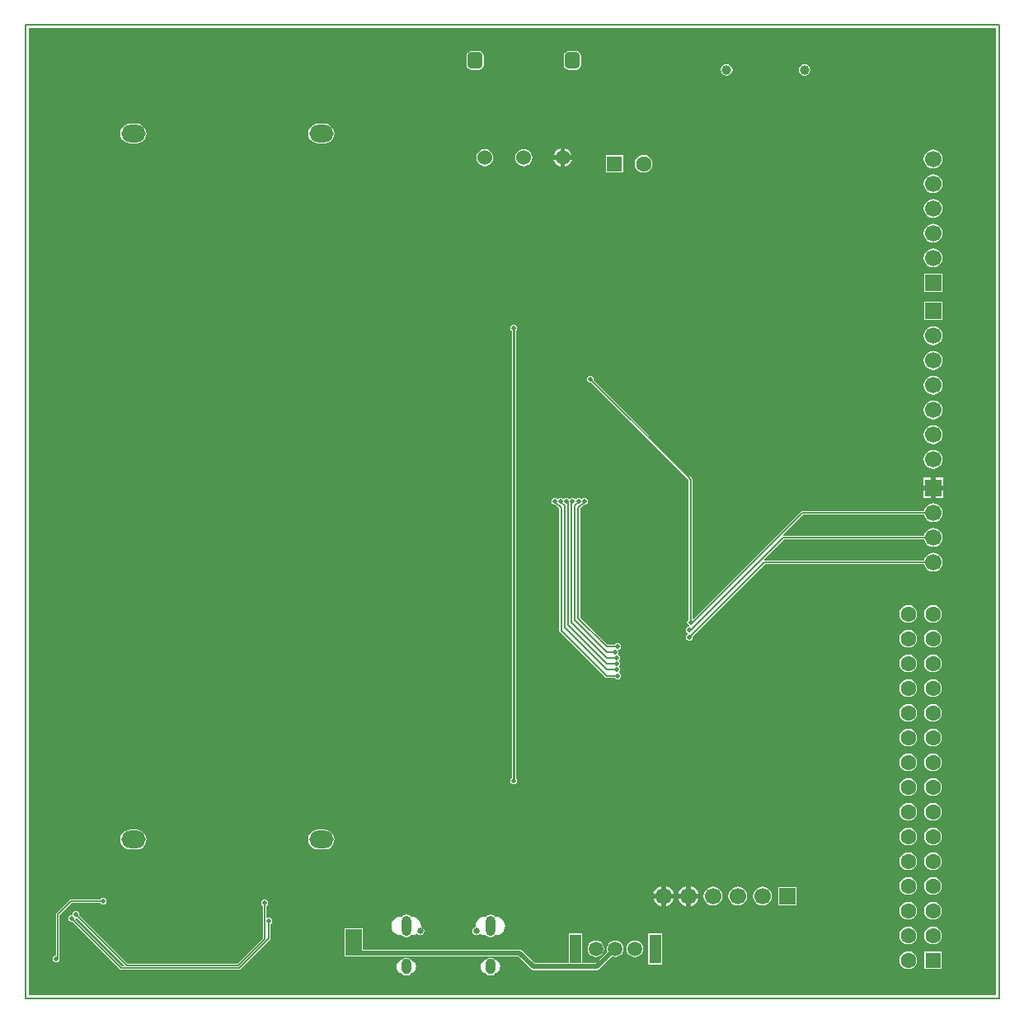
<source format=gbl>
G04*
G04 #@! TF.GenerationSoftware,Altium Limited,Altium Designer,20.2.6 (244)*
G04*
G04 Layer_Physical_Order=2*
G04 Layer_Color=16711680*
%FSLAX25Y25*%
%MOIN*%
G70*
G04*
G04 #@! TF.SameCoordinates,691D88A1-B60F-4D24-9C51-7A430DCC900A*
G04*
G04*
G04 #@! TF.FilePolarity,Positive*
G04*
G01*
G75*
%ADD12C,0.01000*%
%ADD13C,0.00787*%
%ADD93C,0.01968*%
%ADD94C,0.03937*%
%ADD96C,0.00591*%
%ADD97C,0.01968*%
%ADD100C,0.06693*%
%ADD101R,0.06693X0.06693*%
%ADD102O,0.09843X0.07087*%
%ADD103C,0.02559*%
%ADD104O,0.03937X0.06299*%
%ADD105O,0.03937X0.08268*%
%ADD106C,0.06000*%
G04:AMPARAMS|DCode=107|XSize=60mil|YSize=66.93mil|CornerRadius=15mil|HoleSize=0mil|Usage=FLASHONLY|Rotation=0.000|XOffset=0mil|YOffset=0mil|HoleType=Round|Shape=RoundedRectangle|*
%AMROUNDEDRECTD107*
21,1,0.06000,0.03693,0,0,0.0*
21,1,0.03000,0.06693,0,0,0.0*
1,1,0.03000,0.01500,-0.01846*
1,1,0.03000,-0.01500,-0.01846*
1,1,0.03000,-0.01500,0.01846*
1,1,0.03000,0.01500,0.01846*
%
%ADD107ROUNDEDRECTD107*%
%ADD108R,0.06693X0.06693*%
%ADD109C,0.05906*%
%ADD110R,0.04724X0.11811*%
%ADD111R,0.06299X0.06299*%
%ADD112C,0.06299*%
%ADD113R,0.06299X0.06299*%
G36*
X392296Y1405D02*
X1405D01*
Y392296D01*
X392296D01*
Y1405D01*
D02*
G37*
%LPC*%
G36*
X222685Y383120D02*
X219685D01*
X218946Y382973D01*
X218320Y382554D01*
X217901Y381928D01*
X217754Y381189D01*
Y377496D01*
X217901Y376757D01*
X218320Y376131D01*
X218946Y375712D01*
X219685Y375565D01*
X222685D01*
X223424Y375712D01*
X224050Y376131D01*
X224469Y376757D01*
X224616Y377496D01*
Y381189D01*
X224469Y381928D01*
X224050Y382554D01*
X223424Y382973D01*
X222685Y383120D01*
D02*
G37*
G36*
X183315D02*
X180315D01*
X179576Y382973D01*
X178950Y382554D01*
X178531Y381928D01*
X178384Y381189D01*
Y377496D01*
X178531Y376757D01*
X178950Y376131D01*
X179576Y375712D01*
X180315Y375565D01*
X183315D01*
X184054Y375712D01*
X184680Y376131D01*
X185099Y376757D01*
X185246Y377496D01*
Y381189D01*
X185099Y381928D01*
X184680Y382554D01*
X184054Y382973D01*
X183315Y383120D01*
D02*
G37*
G36*
X314996Y377908D02*
X314074Y377725D01*
X313293Y377203D01*
X312771Y376422D01*
X312588Y375500D01*
X312771Y374578D01*
X313293Y373797D01*
X314074Y373275D01*
X314996Y373092D01*
X315918Y373275D01*
X316699Y373797D01*
X317221Y374578D01*
X317405Y375500D01*
X317221Y376422D01*
X316699Y377203D01*
X315918Y377725D01*
X314996Y377908D01*
D02*
G37*
G36*
X283500D02*
X282578Y377725D01*
X281797Y377203D01*
X281275Y376422D01*
X281091Y375500D01*
X281275Y374578D01*
X281797Y373797D01*
X282578Y373275D01*
X283500Y373092D01*
X284422Y373275D01*
X285203Y373797D01*
X285725Y374578D01*
X285909Y375500D01*
X285725Y376422D01*
X285203Y377203D01*
X284422Y377725D01*
X283500Y377908D01*
D02*
G37*
G36*
X121024Y353735D02*
X118268D01*
X117240Y353599D01*
X116282Y353203D01*
X115460Y352572D01*
X114829Y351749D01*
X114432Y350792D01*
X114297Y349764D01*
X114432Y348736D01*
X114829Y347778D01*
X115460Y346956D01*
X116282Y346325D01*
X117240Y345928D01*
X118268Y345793D01*
X121024D01*
X122051Y345928D01*
X123009Y346325D01*
X123831Y346956D01*
X124463Y347778D01*
X124859Y348736D01*
X124995Y349764D01*
X124859Y350792D01*
X124463Y351749D01*
X123831Y352572D01*
X123009Y353203D01*
X122051Y353599D01*
X121024Y353735D01*
D02*
G37*
G36*
X45039D02*
X42283D01*
X41256Y353599D01*
X40298Y353203D01*
X39476Y352572D01*
X38844Y351749D01*
X38448Y350792D01*
X38313Y349764D01*
X38448Y348736D01*
X38844Y347778D01*
X39476Y346956D01*
X40298Y346325D01*
X41256Y345928D01*
X42283Y345793D01*
X45039D01*
X46067Y345928D01*
X47025Y346325D01*
X47847Y346956D01*
X48478Y347778D01*
X48875Y348736D01*
X49010Y349764D01*
X48875Y350792D01*
X48478Y351749D01*
X47847Y352572D01*
X47025Y353203D01*
X46067Y353599D01*
X45039Y353735D01*
D02*
G37*
G36*
X218232Y343663D02*
Y340957D01*
X220938D01*
X220938Y340961D01*
X220556Y341882D01*
X219949Y342674D01*
X219158Y343281D01*
X218237Y343662D01*
X218232Y343663D01*
D02*
G37*
G36*
X216264D02*
X216259Y343662D01*
X215338Y343281D01*
X214547Y342674D01*
X213940Y341882D01*
X213558Y340961D01*
X213558Y340957D01*
X216264D01*
Y343663D01*
D02*
G37*
G36*
X201500Y343395D02*
X200614Y343279D01*
X199788Y342937D01*
X199080Y342393D01*
X198536Y341684D01*
X198194Y340858D01*
X198077Y339972D01*
X198194Y339087D01*
X198536Y338261D01*
X199080Y337552D01*
X199788Y337008D01*
X200614Y336666D01*
X201500Y336549D01*
X202386Y336666D01*
X203211Y337008D01*
X203920Y337552D01*
X204464Y338261D01*
X204806Y339087D01*
X204923Y339972D01*
X204806Y340858D01*
X204464Y341684D01*
X203920Y342393D01*
X203211Y342937D01*
X202386Y343279D01*
X201500Y343395D01*
D02*
G37*
G36*
X185752D02*
X184866Y343279D01*
X184040Y342937D01*
X183332Y342393D01*
X182788Y341684D01*
X182446Y340858D01*
X182329Y339972D01*
X182446Y339087D01*
X182788Y338261D01*
X183332Y337552D01*
X184040Y337008D01*
X184866Y336666D01*
X185752Y336549D01*
X186638Y336666D01*
X187463Y337008D01*
X188172Y337552D01*
X188716Y338261D01*
X189058Y339087D01*
X189175Y339972D01*
X189058Y340858D01*
X188716Y341684D01*
X188172Y342393D01*
X187463Y342937D01*
X186638Y343279D01*
X185752Y343395D01*
D02*
G37*
G36*
X220938Y338988D02*
X218232D01*
Y336282D01*
X218237Y336282D01*
X219158Y336664D01*
X219949Y337271D01*
X220556Y338062D01*
X220938Y338984D01*
X220938Y338988D01*
D02*
G37*
G36*
X216264D02*
X213558D01*
X213558Y338984D01*
X213940Y338062D01*
X214547Y337271D01*
X215338Y336664D01*
X216259Y336282D01*
X216264Y336282D01*
Y338988D01*
D02*
G37*
G36*
X367000Y343272D02*
X366024Y343144D01*
X365114Y342767D01*
X364333Y342167D01*
X363733Y341386D01*
X363356Y340476D01*
X363228Y339500D01*
X363356Y338524D01*
X363733Y337614D01*
X364333Y336832D01*
X365114Y336233D01*
X366024Y335856D01*
X367000Y335728D01*
X367976Y335856D01*
X368886Y336233D01*
X369668Y336832D01*
X370267Y337614D01*
X370644Y338524D01*
X370772Y339500D01*
X370644Y340476D01*
X370267Y341386D01*
X369668Y342167D01*
X368886Y342767D01*
X367976Y343144D01*
X367000Y343272D01*
D02*
G37*
G36*
X241732Y341043D02*
X234646D01*
Y333957D01*
X241732D01*
Y341043D01*
D02*
G37*
G36*
X250000Y341074D02*
X249075Y340952D01*
X248213Y340595D01*
X247473Y340027D01*
X246905Y339287D01*
X246548Y338425D01*
X246426Y337500D01*
X246548Y336575D01*
X246905Y335713D01*
X247473Y334973D01*
X248213Y334405D01*
X249075Y334048D01*
X250000Y333926D01*
X250925Y334048D01*
X251787Y334405D01*
X252527Y334973D01*
X253095Y335713D01*
X253452Y336575D01*
X253574Y337500D01*
X253452Y338425D01*
X253095Y339287D01*
X252527Y340027D01*
X251787Y340595D01*
X250925Y340952D01*
X250000Y341074D01*
D02*
G37*
G36*
X367000Y333272D02*
X366024Y333144D01*
X365114Y332767D01*
X364333Y332168D01*
X363733Y331386D01*
X363356Y330476D01*
X363228Y329500D01*
X363356Y328524D01*
X363733Y327614D01*
X364333Y326833D01*
X365114Y326233D01*
X366024Y325856D01*
X367000Y325728D01*
X367976Y325856D01*
X368886Y326233D01*
X369668Y326833D01*
X370267Y327614D01*
X370644Y328524D01*
X370772Y329500D01*
X370644Y330476D01*
X370267Y331386D01*
X369668Y332168D01*
X368886Y332767D01*
X367976Y333144D01*
X367000Y333272D01*
D02*
G37*
G36*
Y323272D02*
X366024Y323144D01*
X365114Y322767D01*
X364333Y322167D01*
X363733Y321386D01*
X363356Y320476D01*
X363228Y319500D01*
X363356Y318524D01*
X363733Y317614D01*
X364333Y316832D01*
X365114Y316233D01*
X366024Y315856D01*
X367000Y315728D01*
X367976Y315856D01*
X368886Y316233D01*
X369668Y316832D01*
X370267Y317614D01*
X370644Y318524D01*
X370772Y319500D01*
X370644Y320476D01*
X370267Y321386D01*
X369668Y322167D01*
X368886Y322767D01*
X367976Y323144D01*
X367000Y323272D01*
D02*
G37*
G36*
Y313272D02*
X366024Y313144D01*
X365114Y312767D01*
X364333Y312168D01*
X363733Y311386D01*
X363356Y310476D01*
X363228Y309500D01*
X363356Y308524D01*
X363733Y307614D01*
X364333Y306833D01*
X365114Y306233D01*
X366024Y305856D01*
X367000Y305728D01*
X367976Y305856D01*
X368886Y306233D01*
X369668Y306833D01*
X370267Y307614D01*
X370644Y308524D01*
X370772Y309500D01*
X370644Y310476D01*
X370267Y311386D01*
X369668Y312168D01*
X368886Y312767D01*
X367976Y313144D01*
X367000Y313272D01*
D02*
G37*
G36*
Y303272D02*
X366024Y303144D01*
X365114Y302767D01*
X364333Y302168D01*
X363733Y301386D01*
X363356Y300476D01*
X363228Y299500D01*
X363356Y298524D01*
X363733Y297614D01*
X364333Y296832D01*
X365114Y296233D01*
X366024Y295856D01*
X367000Y295728D01*
X367976Y295856D01*
X368886Y296233D01*
X369668Y296832D01*
X370267Y297614D01*
X370644Y298524D01*
X370772Y299500D01*
X370644Y300476D01*
X370267Y301386D01*
X369668Y302168D01*
X368886Y302767D01*
X367976Y303144D01*
X367000Y303272D01*
D02*
G37*
G36*
X370740Y293240D02*
X363260D01*
Y285760D01*
X370740D01*
Y293240D01*
D02*
G37*
G36*
Y281740D02*
X363260D01*
Y274260D01*
X370740D01*
Y281740D01*
D02*
G37*
G36*
X367000Y271772D02*
X366024Y271644D01*
X365114Y271267D01*
X364333Y270668D01*
X363733Y269886D01*
X363356Y268976D01*
X363228Y268000D01*
X363356Y267024D01*
X363733Y266114D01*
X364333Y265333D01*
X365114Y264733D01*
X366024Y264356D01*
X367000Y264228D01*
X367976Y264356D01*
X368886Y264733D01*
X369668Y265333D01*
X370267Y266114D01*
X370644Y267024D01*
X370772Y268000D01*
X370644Y268976D01*
X370267Y269886D01*
X369668Y270668D01*
X368886Y271267D01*
X367976Y271644D01*
X367000Y271772D01*
D02*
G37*
G36*
Y261772D02*
X366024Y261644D01*
X365114Y261267D01*
X364333Y260667D01*
X363733Y259886D01*
X363356Y258976D01*
X363228Y258000D01*
X363356Y257024D01*
X363733Y256114D01*
X364333Y255332D01*
X365114Y254733D01*
X366024Y254356D01*
X367000Y254228D01*
X367976Y254356D01*
X368886Y254733D01*
X369668Y255332D01*
X370267Y256114D01*
X370644Y257024D01*
X370772Y258000D01*
X370644Y258976D01*
X370267Y259886D01*
X369668Y260667D01*
X368886Y261267D01*
X367976Y261644D01*
X367000Y261772D01*
D02*
G37*
G36*
Y251772D02*
X366024Y251644D01*
X365114Y251267D01*
X364333Y250668D01*
X363733Y249886D01*
X363356Y248976D01*
X363228Y248000D01*
X363356Y247024D01*
X363733Y246114D01*
X364333Y245333D01*
X365114Y244733D01*
X366024Y244356D01*
X367000Y244228D01*
X367976Y244356D01*
X368886Y244733D01*
X369668Y245333D01*
X370267Y246114D01*
X370644Y247024D01*
X370772Y248000D01*
X370644Y248976D01*
X370267Y249886D01*
X369668Y250668D01*
X368886Y251267D01*
X367976Y251644D01*
X367000Y251772D01*
D02*
G37*
G36*
Y241772D02*
X366024Y241644D01*
X365114Y241267D01*
X364333Y240668D01*
X363733Y239886D01*
X363356Y238976D01*
X363228Y238000D01*
X363356Y237024D01*
X363733Y236114D01*
X364333Y235332D01*
X365114Y234733D01*
X366024Y234356D01*
X367000Y234228D01*
X367976Y234356D01*
X368886Y234733D01*
X369668Y235332D01*
X370267Y236114D01*
X370644Y237024D01*
X370772Y238000D01*
X370644Y238976D01*
X370267Y239886D01*
X369668Y240668D01*
X368886Y241267D01*
X367976Y241644D01*
X367000Y241772D01*
D02*
G37*
G36*
Y231772D02*
X366024Y231644D01*
X365114Y231267D01*
X364333Y230667D01*
X363733Y229886D01*
X363356Y228976D01*
X363228Y228000D01*
X363356Y227024D01*
X363733Y226114D01*
X364333Y225332D01*
X365114Y224733D01*
X366024Y224356D01*
X367000Y224228D01*
X367976Y224356D01*
X368886Y224733D01*
X369668Y225332D01*
X370267Y226114D01*
X370644Y227024D01*
X370772Y228000D01*
X370644Y228976D01*
X370267Y229886D01*
X369668Y230667D01*
X368886Y231267D01*
X367976Y231644D01*
X367000Y231772D01*
D02*
G37*
G36*
Y221772D02*
X366024Y221644D01*
X365114Y221267D01*
X364333Y220668D01*
X363733Y219886D01*
X363356Y218976D01*
X363228Y218000D01*
X363356Y217024D01*
X363733Y216114D01*
X364333Y215333D01*
X365114Y214733D01*
X366024Y214356D01*
X367000Y214228D01*
X367976Y214356D01*
X368886Y214733D01*
X369668Y215333D01*
X370267Y216114D01*
X370644Y217024D01*
X370772Y218000D01*
X370644Y218976D01*
X370267Y219886D01*
X369668Y220668D01*
X368886Y221267D01*
X367976Y221644D01*
X367000Y221772D01*
D02*
G37*
G36*
X371240Y210634D02*
X368091D01*
Y207484D01*
X371240D01*
Y210634D01*
D02*
G37*
G36*
X366122D02*
X362972D01*
Y207484D01*
X366122D01*
Y210634D01*
D02*
G37*
G36*
X371240Y205516D02*
X368091D01*
Y202366D01*
X371240D01*
Y205516D01*
D02*
G37*
G36*
X366122D02*
X362972D01*
Y202366D01*
X366122D01*
Y205516D01*
D02*
G37*
G36*
X225961Y202405D02*
X225423Y202298D01*
X224967Y201993D01*
X224592D01*
X224136Y202298D01*
X223598Y202405D01*
X223061Y202298D01*
X222605Y201993D01*
X222230D01*
X221774Y202298D01*
X221236Y202405D01*
X220699Y202298D01*
X220243Y201993D01*
X219867D01*
X219412Y202298D01*
X218874Y202405D01*
X218336Y202298D01*
X217881Y201993D01*
X217505D01*
X217050Y202298D01*
X216512Y202405D01*
X215974Y202298D01*
X215518Y201993D01*
X215143D01*
X214687Y202298D01*
X214150Y202405D01*
X213612Y202298D01*
X213156Y201993D01*
X212852Y201538D01*
X212745Y201000D01*
X212852Y200462D01*
X213156Y200007D01*
X213612Y199702D01*
X214150Y199595D01*
X214255Y199616D01*
X215807Y198064D01*
Y148898D01*
X215868Y148590D01*
X216043Y148330D01*
X234432Y129940D01*
X234432Y129940D01*
X234693Y129766D01*
X235000Y129705D01*
X238379D01*
X238507Y129514D01*
X238962Y129210D01*
X239500Y129103D01*
X240038Y129210D01*
X240493Y129514D01*
X240798Y129970D01*
X240905Y130508D01*
X240798Y131045D01*
X240493Y131501D01*
X240315Y131621D01*
X240096Y131975D01*
X240193Y132258D01*
X240356Y132502D01*
X240463Y133040D01*
X240356Y133578D01*
X240052Y134034D01*
X239993Y134073D01*
Y134507D01*
X240298Y134962D01*
X240405Y135500D01*
X240298Y136038D01*
X240125Y136296D01*
X240083Y136869D01*
X240387Y137325D01*
X240494Y137862D01*
X240387Y138400D01*
X240083Y138856D01*
X239748Y139079D01*
X239527Y139649D01*
X239552Y139687D01*
X239659Y140224D01*
X239552Y140762D01*
X239974Y141008D01*
X240038Y141021D01*
X240493Y141325D01*
X240798Y141781D01*
X240905Y142319D01*
X240798Y142857D01*
X240493Y143312D01*
X240038Y143617D01*
X239500Y143724D01*
X238962Y143617D01*
X238507Y143312D01*
X238379Y143122D01*
X235332D01*
X224303Y154151D01*
Y198064D01*
X225855Y199616D01*
X225961Y199595D01*
X226498Y199702D01*
X226954Y200007D01*
X227259Y200462D01*
X227366Y201000D01*
X227259Y201538D01*
X226954Y201993D01*
X226498Y202298D01*
X225961Y202405D01*
D02*
G37*
G36*
X228500Y251905D02*
X227962Y251798D01*
X227507Y251493D01*
X227202Y251038D01*
X227095Y250500D01*
X227202Y249962D01*
X227507Y249507D01*
X227962Y249202D01*
X228500Y249095D01*
X228843Y249163D01*
X267503Y210503D01*
X268215Y209791D01*
Y153400D01*
X267924Y153205D01*
X267620Y152749D01*
X267513Y152212D01*
X267620Y151674D01*
X267924Y151218D01*
X268380Y150914D01*
X268487Y150892D01*
X268474Y150419D01*
X267936Y150312D01*
X267480Y150007D01*
X267176Y149551D01*
X267069Y149014D01*
X267176Y148476D01*
X267480Y148020D01*
X267846Y147776D01*
X267884Y147618D01*
X267889Y147448D01*
X267850Y147223D01*
X267507Y146994D01*
X267202Y146538D01*
X267095Y146000D01*
X267202Y145462D01*
X267507Y145007D01*
X267962Y144702D01*
X268500Y144595D01*
X269038Y144702D01*
X269493Y145007D01*
X269798Y145462D01*
X269905Y146000D01*
X269799Y146533D01*
X299063Y175797D01*
X363426D01*
X363462Y175524D01*
X363839Y174614D01*
X364439Y173832D01*
X365220Y173233D01*
X366130Y172856D01*
X367106Y172728D01*
X368083Y172856D01*
X368992Y173233D01*
X369774Y173832D01*
X370373Y174614D01*
X370750Y175524D01*
X370879Y176500D01*
X370750Y177476D01*
X370373Y178386D01*
X369774Y179167D01*
X368992Y179767D01*
X368083Y180144D01*
X367106Y180272D01*
X366130Y180144D01*
X365220Y179767D01*
X364439Y179167D01*
X363839Y178386D01*
X363462Y177476D01*
X363426Y177202D01*
X298854D01*
X298714Y177398D01*
X298628Y177684D01*
X306742Y185798D01*
X363426D01*
X363462Y185524D01*
X363839Y184614D01*
X364439Y183833D01*
X365220Y183233D01*
X366130Y182856D01*
X367106Y182728D01*
X368083Y182856D01*
X368992Y183233D01*
X369774Y183833D01*
X370373Y184614D01*
X370750Y185524D01*
X370879Y186500D01*
X370750Y187476D01*
X370373Y188386D01*
X369774Y189167D01*
X368992Y189767D01*
X368083Y190144D01*
X367106Y190272D01*
X366130Y190144D01*
X365220Y189767D01*
X364439Y189167D01*
X363839Y188386D01*
X363462Y187476D01*
X363426Y187203D01*
X306488D01*
X306415Y187287D01*
X306251Y187672D01*
X314376Y195798D01*
X363426D01*
X363462Y195524D01*
X363839Y194614D01*
X364439Y193833D01*
X365220Y193233D01*
X366130Y192856D01*
X367106Y192728D01*
X368083Y192856D01*
X368992Y193233D01*
X369774Y193833D01*
X370373Y194614D01*
X370750Y195524D01*
X370879Y196500D01*
X370750Y197476D01*
X370373Y198386D01*
X369774Y199168D01*
X368992Y199767D01*
X368083Y200144D01*
X367106Y200272D01*
X366130Y200144D01*
X365220Y199767D01*
X364439Y199168D01*
X363839Y198386D01*
X363462Y197476D01*
X363426Y197203D01*
X314085D01*
X313816Y197149D01*
X313588Y196997D01*
X270120Y153529D01*
X269620Y153736D01*
Y210082D01*
X269567Y210351D01*
X269414Y210579D01*
X268497Y211497D01*
X229837Y250157D01*
X229905Y250500D01*
X229798Y251038D01*
X229493Y251493D01*
X229038Y251798D01*
X228500Y251905D01*
D02*
G37*
G36*
X367000Y159074D02*
X366075Y158952D01*
X365213Y158595D01*
X364473Y158027D01*
X363905Y157287D01*
X363548Y156425D01*
X363426Y155500D01*
X363548Y154575D01*
X363905Y153713D01*
X364473Y152973D01*
X365213Y152405D01*
X366075Y152048D01*
X367000Y151926D01*
X367925Y152048D01*
X368787Y152405D01*
X369527Y152973D01*
X370095Y153713D01*
X370452Y154575D01*
X370574Y155500D01*
X370452Y156425D01*
X370095Y157287D01*
X369527Y158027D01*
X368787Y158595D01*
X367925Y158952D01*
X367000Y159074D01*
D02*
G37*
G36*
X357000D02*
X356075Y158952D01*
X355213Y158595D01*
X354473Y158027D01*
X353905Y157287D01*
X353548Y156425D01*
X353426Y155500D01*
X353548Y154575D01*
X353905Y153713D01*
X354473Y152973D01*
X355213Y152405D01*
X356075Y152048D01*
X357000Y151926D01*
X357925Y152048D01*
X358787Y152405D01*
X359527Y152973D01*
X360095Y153713D01*
X360452Y154575D01*
X360574Y155500D01*
X360452Y156425D01*
X360095Y157287D01*
X359527Y158027D01*
X358787Y158595D01*
X357925Y158952D01*
X357000Y159074D01*
D02*
G37*
G36*
X367000Y149074D02*
X366075Y148952D01*
X365213Y148595D01*
X364473Y148027D01*
X363905Y147287D01*
X363548Y146425D01*
X363426Y145500D01*
X363548Y144575D01*
X363905Y143713D01*
X364473Y142973D01*
X365213Y142405D01*
X366075Y142048D01*
X367000Y141926D01*
X367925Y142048D01*
X368787Y142405D01*
X369527Y142973D01*
X370095Y143713D01*
X370452Y144575D01*
X370574Y145500D01*
X370452Y146425D01*
X370095Y147287D01*
X369527Y148027D01*
X368787Y148595D01*
X367925Y148952D01*
X367000Y149074D01*
D02*
G37*
G36*
X357000D02*
X356075Y148952D01*
X355213Y148595D01*
X354473Y148027D01*
X353905Y147287D01*
X353548Y146425D01*
X353426Y145500D01*
X353548Y144575D01*
X353905Y143713D01*
X354473Y142973D01*
X355213Y142405D01*
X356075Y142048D01*
X357000Y141926D01*
X357925Y142048D01*
X358787Y142405D01*
X359527Y142973D01*
X360095Y143713D01*
X360452Y144575D01*
X360574Y145500D01*
X360452Y146425D01*
X360095Y147287D01*
X359527Y148027D01*
X358787Y148595D01*
X357925Y148952D01*
X357000Y149074D01*
D02*
G37*
G36*
X367000Y139074D02*
X366075Y138952D01*
X365213Y138595D01*
X364473Y138027D01*
X363905Y137287D01*
X363548Y136425D01*
X363426Y135500D01*
X363548Y134575D01*
X363905Y133713D01*
X364473Y132973D01*
X365213Y132405D01*
X366075Y132048D01*
X367000Y131926D01*
X367925Y132048D01*
X368787Y132405D01*
X369527Y132973D01*
X370095Y133713D01*
X370452Y134575D01*
X370574Y135500D01*
X370452Y136425D01*
X370095Y137287D01*
X369527Y138027D01*
X368787Y138595D01*
X367925Y138952D01*
X367000Y139074D01*
D02*
G37*
G36*
X357000D02*
X356075Y138952D01*
X355213Y138595D01*
X354473Y138027D01*
X353905Y137287D01*
X353548Y136425D01*
X353426Y135500D01*
X353548Y134575D01*
X353905Y133713D01*
X354473Y132973D01*
X355213Y132405D01*
X356075Y132048D01*
X357000Y131926D01*
X357925Y132048D01*
X358787Y132405D01*
X359527Y132973D01*
X360095Y133713D01*
X360452Y134575D01*
X360574Y135500D01*
X360452Y136425D01*
X360095Y137287D01*
X359527Y138027D01*
X358787Y138595D01*
X357925Y138952D01*
X357000Y139074D01*
D02*
G37*
G36*
X367000Y129074D02*
X366075Y128952D01*
X365213Y128595D01*
X364473Y128027D01*
X363905Y127287D01*
X363548Y126425D01*
X363426Y125500D01*
X363548Y124575D01*
X363905Y123713D01*
X364473Y122973D01*
X365213Y122405D01*
X366075Y122048D01*
X367000Y121926D01*
X367925Y122048D01*
X368787Y122405D01*
X369527Y122973D01*
X370095Y123713D01*
X370452Y124575D01*
X370574Y125500D01*
X370452Y126425D01*
X370095Y127287D01*
X369527Y128027D01*
X368787Y128595D01*
X367925Y128952D01*
X367000Y129074D01*
D02*
G37*
G36*
X357000D02*
X356075Y128952D01*
X355213Y128595D01*
X354473Y128027D01*
X353905Y127287D01*
X353548Y126425D01*
X353426Y125500D01*
X353548Y124575D01*
X353905Y123713D01*
X354473Y122973D01*
X355213Y122405D01*
X356075Y122048D01*
X357000Y121926D01*
X357925Y122048D01*
X358787Y122405D01*
X359527Y122973D01*
X360095Y123713D01*
X360452Y124575D01*
X360574Y125500D01*
X360452Y126425D01*
X360095Y127287D01*
X359527Y128027D01*
X358787Y128595D01*
X357925Y128952D01*
X357000Y129074D01*
D02*
G37*
G36*
X367000Y119074D02*
X366075Y118952D01*
X365213Y118595D01*
X364473Y118027D01*
X363905Y117287D01*
X363548Y116425D01*
X363426Y115500D01*
X363548Y114575D01*
X363905Y113713D01*
X364473Y112973D01*
X365213Y112405D01*
X366075Y112048D01*
X367000Y111926D01*
X367925Y112048D01*
X368787Y112405D01*
X369527Y112973D01*
X370095Y113713D01*
X370452Y114575D01*
X370574Y115500D01*
X370452Y116425D01*
X370095Y117287D01*
X369527Y118027D01*
X368787Y118595D01*
X367925Y118952D01*
X367000Y119074D01*
D02*
G37*
G36*
X357000D02*
X356075Y118952D01*
X355213Y118595D01*
X354473Y118027D01*
X353905Y117287D01*
X353548Y116425D01*
X353426Y115500D01*
X353548Y114575D01*
X353905Y113713D01*
X354473Y112973D01*
X355213Y112405D01*
X356075Y112048D01*
X357000Y111926D01*
X357925Y112048D01*
X358787Y112405D01*
X359527Y112973D01*
X360095Y113713D01*
X360452Y114575D01*
X360574Y115500D01*
X360452Y116425D01*
X360095Y117287D01*
X359527Y118027D01*
X358787Y118595D01*
X357925Y118952D01*
X357000Y119074D01*
D02*
G37*
G36*
X367000Y109074D02*
X366075Y108952D01*
X365213Y108595D01*
X364473Y108027D01*
X363905Y107287D01*
X363548Y106425D01*
X363426Y105500D01*
X363548Y104575D01*
X363905Y103713D01*
X364473Y102973D01*
X365213Y102405D01*
X366075Y102048D01*
X367000Y101926D01*
X367925Y102048D01*
X368787Y102405D01*
X369527Y102973D01*
X370095Y103713D01*
X370452Y104575D01*
X370574Y105500D01*
X370452Y106425D01*
X370095Y107287D01*
X369527Y108027D01*
X368787Y108595D01*
X367925Y108952D01*
X367000Y109074D01*
D02*
G37*
G36*
X357000D02*
X356075Y108952D01*
X355213Y108595D01*
X354473Y108027D01*
X353905Y107287D01*
X353548Y106425D01*
X353426Y105500D01*
X353548Y104575D01*
X353905Y103713D01*
X354473Y102973D01*
X355213Y102405D01*
X356075Y102048D01*
X357000Y101926D01*
X357925Y102048D01*
X358787Y102405D01*
X359527Y102973D01*
X360095Y103713D01*
X360452Y104575D01*
X360574Y105500D01*
X360452Y106425D01*
X360095Y107287D01*
X359527Y108027D01*
X358787Y108595D01*
X357925Y108952D01*
X357000Y109074D01*
D02*
G37*
G36*
X367000Y99074D02*
X366075Y98952D01*
X365213Y98595D01*
X364473Y98027D01*
X363905Y97287D01*
X363548Y96425D01*
X363426Y95500D01*
X363548Y94575D01*
X363905Y93713D01*
X364473Y92973D01*
X365213Y92405D01*
X366075Y92048D01*
X367000Y91926D01*
X367925Y92048D01*
X368787Y92405D01*
X369527Y92973D01*
X370095Y93713D01*
X370452Y94575D01*
X370574Y95500D01*
X370452Y96425D01*
X370095Y97287D01*
X369527Y98027D01*
X368787Y98595D01*
X367925Y98952D01*
X367000Y99074D01*
D02*
G37*
G36*
X357000D02*
X356075Y98952D01*
X355213Y98595D01*
X354473Y98027D01*
X353905Y97287D01*
X353548Y96425D01*
X353426Y95500D01*
X353548Y94575D01*
X353905Y93713D01*
X354473Y92973D01*
X355213Y92405D01*
X356075Y92048D01*
X357000Y91926D01*
X357925Y92048D01*
X358787Y92405D01*
X359527Y92973D01*
X360095Y93713D01*
X360452Y94575D01*
X360574Y95500D01*
X360452Y96425D01*
X360095Y97287D01*
X359527Y98027D01*
X358787Y98595D01*
X357925Y98952D01*
X357000Y99074D01*
D02*
G37*
G36*
X197500Y272405D02*
X196962Y272298D01*
X196507Y271993D01*
X196202Y271538D01*
X196095Y271000D01*
X196202Y270462D01*
X196507Y270007D01*
X196589Y269952D01*
Y89048D01*
X196507Y88993D01*
X196202Y88538D01*
X196095Y88000D01*
X196202Y87462D01*
X196507Y87007D01*
X196962Y86702D01*
X197500Y86595D01*
X198038Y86702D01*
X198494Y87007D01*
X198798Y87462D01*
X198905Y88000D01*
X198798Y88538D01*
X198494Y88993D01*
X198411Y89048D01*
Y269952D01*
X198494Y270007D01*
X198798Y270462D01*
X198905Y271000D01*
X198798Y271538D01*
X198494Y271993D01*
X198038Y272298D01*
X197500Y272405D01*
D02*
G37*
G36*
X367000Y89074D02*
X366075Y88952D01*
X365213Y88595D01*
X364473Y88027D01*
X363905Y87287D01*
X363548Y86425D01*
X363426Y85500D01*
X363548Y84575D01*
X363905Y83713D01*
X364473Y82973D01*
X365213Y82405D01*
X366075Y82048D01*
X367000Y81926D01*
X367925Y82048D01*
X368787Y82405D01*
X369527Y82973D01*
X370095Y83713D01*
X370452Y84575D01*
X370574Y85500D01*
X370452Y86425D01*
X370095Y87287D01*
X369527Y88027D01*
X368787Y88595D01*
X367925Y88952D01*
X367000Y89074D01*
D02*
G37*
G36*
X357000D02*
X356075Y88952D01*
X355213Y88595D01*
X354473Y88027D01*
X353905Y87287D01*
X353548Y86425D01*
X353426Y85500D01*
X353548Y84575D01*
X353905Y83713D01*
X354473Y82973D01*
X355213Y82405D01*
X356075Y82048D01*
X357000Y81926D01*
X357925Y82048D01*
X358787Y82405D01*
X359527Y82973D01*
X360095Y83713D01*
X360452Y84575D01*
X360574Y85500D01*
X360452Y86425D01*
X360095Y87287D01*
X359527Y88027D01*
X358787Y88595D01*
X357925Y88952D01*
X357000Y89074D01*
D02*
G37*
G36*
X367000Y79074D02*
X366075Y78952D01*
X365213Y78595D01*
X364473Y78027D01*
X363905Y77287D01*
X363548Y76425D01*
X363426Y75500D01*
X363548Y74575D01*
X363905Y73713D01*
X364473Y72973D01*
X365213Y72405D01*
X366075Y72048D01*
X367000Y71926D01*
X367925Y72048D01*
X368787Y72405D01*
X369527Y72973D01*
X370095Y73713D01*
X370452Y74575D01*
X370574Y75500D01*
X370452Y76425D01*
X370095Y77287D01*
X369527Y78027D01*
X368787Y78595D01*
X367925Y78952D01*
X367000Y79074D01*
D02*
G37*
G36*
X357000D02*
X356075Y78952D01*
X355213Y78595D01*
X354473Y78027D01*
X353905Y77287D01*
X353548Y76425D01*
X353426Y75500D01*
X353548Y74575D01*
X353905Y73713D01*
X354473Y72973D01*
X355213Y72405D01*
X356075Y72048D01*
X357000Y71926D01*
X357925Y72048D01*
X358787Y72405D01*
X359527Y72973D01*
X360095Y73713D01*
X360452Y74575D01*
X360574Y75500D01*
X360452Y76425D01*
X360095Y77287D01*
X359527Y78027D01*
X358787Y78595D01*
X357925Y78952D01*
X357000Y79074D01*
D02*
G37*
G36*
X367000Y69074D02*
X366075Y68952D01*
X365213Y68595D01*
X364473Y68027D01*
X363905Y67287D01*
X363548Y66425D01*
X363426Y65500D01*
X363548Y64575D01*
X363905Y63713D01*
X364473Y62973D01*
X365213Y62405D01*
X366075Y62048D01*
X367000Y61926D01*
X367925Y62048D01*
X368787Y62405D01*
X369527Y62973D01*
X370095Y63713D01*
X370452Y64575D01*
X370574Y65500D01*
X370452Y66425D01*
X370095Y67287D01*
X369527Y68027D01*
X368787Y68595D01*
X367925Y68952D01*
X367000Y69074D01*
D02*
G37*
G36*
X357000D02*
X356075Y68952D01*
X355213Y68595D01*
X354473Y68027D01*
X353905Y67287D01*
X353548Y66425D01*
X353426Y65500D01*
X353548Y64575D01*
X353905Y63713D01*
X354473Y62973D01*
X355213Y62405D01*
X356075Y62048D01*
X357000Y61926D01*
X357925Y62048D01*
X358787Y62405D01*
X359527Y62973D01*
X360095Y63713D01*
X360452Y64575D01*
X360574Y65500D01*
X360452Y66425D01*
X360095Y67287D01*
X359527Y68027D01*
X358787Y68595D01*
X357925Y68952D01*
X357000Y69074D01*
D02*
G37*
G36*
X121024Y68302D02*
X118268D01*
X117240Y68166D01*
X116282Y67770D01*
X115460Y67139D01*
X114829Y66316D01*
X114432Y65359D01*
X114297Y64331D01*
X114432Y63303D01*
X114829Y62345D01*
X115460Y61523D01*
X116282Y60892D01*
X117240Y60495D01*
X118268Y60360D01*
X121024D01*
X122051Y60495D01*
X123009Y60892D01*
X123831Y61523D01*
X124463Y62345D01*
X124859Y63303D01*
X124995Y64331D01*
X124859Y65359D01*
X124463Y66316D01*
X123831Y67139D01*
X123009Y67770D01*
X122051Y68166D01*
X121024Y68302D01*
D02*
G37*
G36*
X45039D02*
X42283D01*
X41256Y68166D01*
X40298Y67770D01*
X39476Y67139D01*
X38844Y66316D01*
X38448Y65359D01*
X38313Y64331D01*
X38448Y63303D01*
X38844Y62345D01*
X39476Y61523D01*
X40298Y60892D01*
X41256Y60495D01*
X42283Y60360D01*
X45039D01*
X46067Y60495D01*
X47025Y60892D01*
X47847Y61523D01*
X48478Y62345D01*
X48875Y63303D01*
X49010Y64331D01*
X48875Y65359D01*
X48478Y66316D01*
X47847Y67139D01*
X47025Y67770D01*
X46067Y68166D01*
X45039Y68302D01*
D02*
G37*
G36*
X367000Y59074D02*
X366075Y58952D01*
X365213Y58595D01*
X364473Y58027D01*
X363905Y57287D01*
X363548Y56425D01*
X363426Y55500D01*
X363548Y54575D01*
X363905Y53713D01*
X364473Y52973D01*
X365213Y52405D01*
X366075Y52048D01*
X367000Y51926D01*
X367925Y52048D01*
X368787Y52405D01*
X369527Y52973D01*
X370095Y53713D01*
X370452Y54575D01*
X370574Y55500D01*
X370452Y56425D01*
X370095Y57287D01*
X369527Y58027D01*
X368787Y58595D01*
X367925Y58952D01*
X367000Y59074D01*
D02*
G37*
G36*
X357000D02*
X356075Y58952D01*
X355213Y58595D01*
X354473Y58027D01*
X353905Y57287D01*
X353548Y56425D01*
X353426Y55500D01*
X353548Y54575D01*
X353905Y53713D01*
X354473Y52973D01*
X355213Y52405D01*
X356075Y52048D01*
X357000Y51926D01*
X357925Y52048D01*
X358787Y52405D01*
X359527Y52973D01*
X360095Y53713D01*
X360452Y54575D01*
X360574Y55500D01*
X360452Y56425D01*
X360095Y57287D01*
X359527Y58027D01*
X358787Y58595D01*
X357925Y58952D01*
X357000Y59074D01*
D02*
G37*
G36*
X268984Y45540D02*
Y42484D01*
X272040D01*
X272027Y42579D01*
X271611Y43585D01*
X270948Y44448D01*
X270085Y45111D01*
X269079Y45527D01*
X268984Y45540D01*
D02*
G37*
G36*
X258984D02*
Y42484D01*
X262040D01*
X262027Y42579D01*
X261611Y43585D01*
X260948Y44448D01*
X260085Y45111D01*
X259079Y45527D01*
X258984Y45540D01*
D02*
G37*
G36*
X267016D02*
X266921Y45527D01*
X265915Y45111D01*
X265052Y44448D01*
X264389Y43585D01*
X263973Y42579D01*
X263960Y42484D01*
X267016D01*
Y45540D01*
D02*
G37*
G36*
X257016D02*
X256921Y45527D01*
X255915Y45111D01*
X255052Y44448D01*
X254389Y43585D01*
X253973Y42579D01*
X253960Y42484D01*
X257016D01*
Y45540D01*
D02*
G37*
G36*
X367000Y49074D02*
X366075Y48952D01*
X365213Y48595D01*
X364473Y48027D01*
X363905Y47287D01*
X363548Y46425D01*
X363426Y45500D01*
X363548Y44575D01*
X363905Y43713D01*
X364473Y42973D01*
X365213Y42405D01*
X366075Y42048D01*
X367000Y41926D01*
X367925Y42048D01*
X368787Y42405D01*
X369527Y42973D01*
X370095Y43713D01*
X370452Y44575D01*
X370574Y45500D01*
X370452Y46425D01*
X370095Y47287D01*
X369527Y48027D01*
X368787Y48595D01*
X367925Y48952D01*
X367000Y49074D01*
D02*
G37*
G36*
X357000D02*
X356075Y48952D01*
X355213Y48595D01*
X354473Y48027D01*
X353905Y47287D01*
X353548Y46425D01*
X353426Y45500D01*
X353548Y44575D01*
X353905Y43713D01*
X354473Y42973D01*
X355213Y42405D01*
X356075Y42048D01*
X357000Y41926D01*
X357925Y42048D01*
X358787Y42405D01*
X359527Y42973D01*
X360095Y43713D01*
X360452Y44575D01*
X360574Y45500D01*
X360452Y46425D01*
X360095Y47287D01*
X359527Y48027D01*
X358787Y48595D01*
X357925Y48952D01*
X357000Y49074D01*
D02*
G37*
G36*
X31477Y40749D02*
X30939Y40642D01*
X30483Y40338D01*
X30289Y40047D01*
X18344D01*
X18075Y39993D01*
X17848Y39841D01*
X12503Y34497D01*
X12351Y34269D01*
X12297Y34000D01*
Y17365D01*
X11962Y17298D01*
X11507Y16994D01*
X11202Y16538D01*
X11095Y16000D01*
X11202Y15462D01*
X11507Y15007D01*
X11962Y14702D01*
X12500Y14595D01*
X13038Y14702D01*
X13494Y15007D01*
X13798Y15462D01*
X13905Y16000D01*
X13798Y16538D01*
X13673Y16725D01*
X13702Y16873D01*
Y33709D01*
X18635Y38642D01*
X30289D01*
X30483Y38351D01*
X30939Y38046D01*
X31477Y37939D01*
X32015Y38046D01*
X32470Y38351D01*
X32775Y38807D01*
X32882Y39344D01*
X32775Y39882D01*
X32470Y40338D01*
X32015Y40642D01*
X31477Y40749D01*
D02*
G37*
G36*
X311740Y45240D02*
X304260D01*
Y37760D01*
X311740D01*
Y45240D01*
D02*
G37*
G36*
X298000Y45272D02*
X297024Y45144D01*
X296114Y44767D01*
X295333Y44168D01*
X294733Y43386D01*
X294356Y42476D01*
X294228Y41500D01*
X294356Y40524D01*
X294733Y39614D01*
X295333Y38833D01*
X296114Y38233D01*
X297024Y37856D01*
X298000Y37728D01*
X298976Y37856D01*
X299886Y38233D01*
X300668Y38833D01*
X301267Y39614D01*
X301644Y40524D01*
X301772Y41500D01*
X301644Y42476D01*
X301267Y43386D01*
X300668Y44168D01*
X299886Y44767D01*
X298976Y45144D01*
X298000Y45272D01*
D02*
G37*
G36*
X288000D02*
X287024Y45144D01*
X286114Y44767D01*
X285332Y44168D01*
X284733Y43386D01*
X284356Y42476D01*
X284228Y41500D01*
X284356Y40524D01*
X284733Y39614D01*
X285332Y38833D01*
X286114Y38233D01*
X287024Y37856D01*
X288000Y37728D01*
X288976Y37856D01*
X289886Y38233D01*
X290668Y38833D01*
X291267Y39614D01*
X291644Y40524D01*
X291772Y41500D01*
X291644Y42476D01*
X291267Y43386D01*
X290668Y44168D01*
X289886Y44767D01*
X288976Y45144D01*
X288000Y45272D01*
D02*
G37*
G36*
X278000D02*
X277024Y45144D01*
X276114Y44767D01*
X275332Y44168D01*
X274733Y43386D01*
X274356Y42476D01*
X274228Y41500D01*
X274356Y40524D01*
X274733Y39614D01*
X275332Y38833D01*
X276114Y38233D01*
X277024Y37856D01*
X278000Y37728D01*
X278976Y37856D01*
X279886Y38233D01*
X280667Y38833D01*
X281267Y39614D01*
X281644Y40524D01*
X281772Y41500D01*
X281644Y42476D01*
X281267Y43386D01*
X280667Y44168D01*
X279886Y44767D01*
X278976Y45144D01*
X278000Y45272D01*
D02*
G37*
G36*
X272040Y40516D02*
X268984D01*
Y37460D01*
X269079Y37473D01*
X270085Y37889D01*
X270948Y38552D01*
X271611Y39415D01*
X272027Y40421D01*
X272040Y40516D01*
D02*
G37*
G36*
X262040D02*
X258984D01*
Y37460D01*
X259079Y37473D01*
X260085Y37889D01*
X260948Y38552D01*
X261611Y39415D01*
X262027Y40421D01*
X262040Y40516D01*
D02*
G37*
G36*
X267016D02*
X263960D01*
X263973Y40421D01*
X264389Y39415D01*
X265052Y38552D01*
X265915Y37889D01*
X266921Y37473D01*
X267016Y37460D01*
Y40516D01*
D02*
G37*
G36*
X257016D02*
X253960D01*
X253973Y40421D01*
X254389Y39415D01*
X255052Y38552D01*
X255915Y37889D01*
X256921Y37473D01*
X257016Y37460D01*
Y40516D01*
D02*
G37*
G36*
X367000Y39074D02*
X366075Y38952D01*
X365213Y38595D01*
X364473Y38027D01*
X363905Y37287D01*
X363548Y36425D01*
X363426Y35500D01*
X363548Y34575D01*
X363905Y33713D01*
X364473Y32973D01*
X365213Y32405D01*
X366075Y32048D01*
X367000Y31926D01*
X367925Y32048D01*
X368787Y32405D01*
X369527Y32973D01*
X370095Y33713D01*
X370452Y34575D01*
X370574Y35500D01*
X370452Y36425D01*
X370095Y37287D01*
X369527Y38027D01*
X368787Y38595D01*
X367925Y38952D01*
X367000Y39074D01*
D02*
G37*
G36*
X357000D02*
X356075Y38952D01*
X355213Y38595D01*
X354473Y38027D01*
X353905Y37287D01*
X353548Y36425D01*
X353426Y35500D01*
X353548Y34575D01*
X353905Y33713D01*
X354473Y32973D01*
X355213Y32405D01*
X356075Y32048D01*
X357000Y31926D01*
X357925Y32048D01*
X358787Y32405D01*
X359527Y32973D01*
X360095Y33713D01*
X360452Y34575D01*
X360574Y35500D01*
X360452Y36425D01*
X360095Y37287D01*
X359527Y38027D01*
X358787Y38595D01*
X357925Y38952D01*
X357000Y39074D01*
D02*
G37*
G36*
X153992Y33972D02*
X153070Y33788D01*
X152289Y33266D01*
X152225Y33170D01*
X151827D01*
X150850Y33042D01*
X149941Y32665D01*
X149159Y32065D01*
X148560Y31284D01*
X148183Y30374D01*
X148054Y29398D01*
X148183Y28421D01*
X148560Y27511D01*
X149159Y26730D01*
X149941Y26131D01*
X150850Y25754D01*
X151827Y25625D01*
X152225D01*
X152289Y25529D01*
X153070Y25007D01*
X153992Y24824D01*
X154914Y25007D01*
X155695Y25529D01*
X155759Y25625D01*
X156158D01*
X157134Y25754D01*
X158044Y26131D01*
X158082Y26160D01*
X158416Y26105D01*
X158969Y25735D01*
X159622Y25605D01*
X160275Y25735D01*
X160828Y26105D01*
X161198Y26658D01*
X161328Y27311D01*
X161198Y27964D01*
X160828Y28517D01*
X160275Y28887D01*
X159873Y28967D01*
X159930Y29398D01*
X159801Y30374D01*
X159424Y31284D01*
X158825Y32065D01*
X158044Y32665D01*
X157134Y33042D01*
X156158Y33170D01*
X155759D01*
X155695Y33266D01*
X154914Y33788D01*
X153992Y33972D01*
D02*
G37*
G36*
X188008D02*
X187086Y33788D01*
X186305Y33266D01*
X186241Y33170D01*
X185843D01*
X184866Y33042D01*
X183956Y32665D01*
X183175Y32065D01*
X182576Y31284D01*
X182199Y30374D01*
X182070Y29398D01*
X182127Y28967D01*
X181725Y28887D01*
X181172Y28517D01*
X180802Y27964D01*
X180672Y27311D01*
X180802Y26658D01*
X181172Y26105D01*
X181725Y25735D01*
X182378Y25605D01*
X183031Y25735D01*
X183584Y26105D01*
X183918Y26160D01*
X183956Y26131D01*
X184866Y25754D01*
X185843Y25625D01*
X186241D01*
X186305Y25529D01*
X187086Y25007D01*
X188008Y24824D01*
X188930Y25007D01*
X189711Y25529D01*
X189775Y25625D01*
X190173D01*
X191150Y25754D01*
X192059Y26131D01*
X192841Y26730D01*
X193440Y27511D01*
X193817Y28421D01*
X193946Y29398D01*
X193817Y30374D01*
X193440Y31284D01*
X192841Y32065D01*
X192059Y32665D01*
X191150Y33042D01*
X190173Y33170D01*
X189775D01*
X189711Y33266D01*
X188930Y33788D01*
X188008Y33972D01*
D02*
G37*
G36*
X367000Y29074D02*
X366075Y28952D01*
X365213Y28595D01*
X364473Y28027D01*
X363905Y27287D01*
X363548Y26425D01*
X363426Y25500D01*
X363548Y24575D01*
X363905Y23713D01*
X364473Y22973D01*
X365213Y22405D01*
X366075Y22048D01*
X367000Y21926D01*
X367925Y22048D01*
X368787Y22405D01*
X369527Y22973D01*
X370095Y23713D01*
X370452Y24575D01*
X370574Y25500D01*
X370452Y26425D01*
X370095Y27287D01*
X369527Y28027D01*
X368787Y28595D01*
X367925Y28952D01*
X367000Y29074D01*
D02*
G37*
G36*
X357000D02*
X356075Y28952D01*
X355213Y28595D01*
X354473Y28027D01*
X353905Y27287D01*
X353548Y26425D01*
X353426Y25500D01*
X353548Y24575D01*
X353905Y23713D01*
X354473Y22973D01*
X355213Y22405D01*
X356075Y22048D01*
X357000Y21926D01*
X357925Y22048D01*
X358787Y22405D01*
X359527Y22973D01*
X360095Y23713D01*
X360452Y24575D01*
X360574Y25500D01*
X360452Y26425D01*
X360095Y27287D01*
X359527Y28027D01*
X358787Y28595D01*
X357925Y28952D01*
X357000Y29074D01*
D02*
G37*
G36*
X246374Y23573D02*
X245501Y23458D01*
X244687Y23120D01*
X243988Y22584D01*
X243451Y21885D01*
X243114Y21071D01*
X242999Y20197D01*
X243114Y19324D01*
X243451Y18509D01*
X243988Y17810D01*
X244687Y17274D01*
X245501Y16937D01*
X246374Y16822D01*
X247248Y16937D01*
X248062Y17274D01*
X248761Y17810D01*
X249297Y18509D01*
X249635Y19324D01*
X249750Y20197D01*
X249635Y21071D01*
X249297Y21885D01*
X248761Y22584D01*
X248062Y23120D01*
X247248Y23458D01*
X246374Y23573D01*
D02*
G37*
G36*
X230626D02*
X229753Y23458D01*
X228939Y23120D01*
X228240Y22584D01*
X227703Y21885D01*
X227366Y21071D01*
X227251Y20197D01*
X227366Y19324D01*
X227703Y18509D01*
X228240Y17810D01*
X228939Y17274D01*
X229753Y16937D01*
X230626Y16822D01*
X231500Y16937D01*
X232314Y17274D01*
X233013Y17810D01*
X233549Y18509D01*
X233887Y19324D01*
X234002Y20197D01*
X233887Y21071D01*
X233549Y21885D01*
X233013Y22584D01*
X232314Y23120D01*
X231500Y23458D01*
X230626Y23573D01*
D02*
G37*
G36*
X136000Y28426D02*
X129500D01*
X129199Y28301D01*
X129074Y28000D01*
Y17500D01*
X129199Y17199D01*
X129500Y17074D01*
X136000D01*
X136051Y17095D01*
X199201D01*
X204376Y11920D01*
X204831Y11616D01*
X205369Y11509D01*
X231217D01*
X231754Y11616D01*
X232210Y11920D01*
X237344Y17054D01*
X237626Y16937D01*
X238500Y16822D01*
X239374Y16937D01*
X240188Y17274D01*
X240887Y17810D01*
X241423Y18509D01*
X241760Y19323D01*
X241875Y20197D01*
X241760Y21070D01*
X241423Y21884D01*
X240887Y22584D01*
X240188Y23120D01*
X239374Y23457D01*
X238500Y23572D01*
X237626Y23457D01*
X236812Y23120D01*
X236113Y22584D01*
X235577Y21884D01*
X235240Y21070D01*
X235125Y20197D01*
X235240Y19323D01*
X235357Y19040D01*
X230635Y14319D01*
X225114D01*
Y26496D01*
X219603D01*
Y14319D01*
X205951D01*
X200776Y19493D01*
X200320Y19798D01*
X199783Y19905D01*
X136426D01*
Y28000D01*
X136301Y28301D01*
X136000Y28426D01*
D02*
G37*
G36*
X96723Y40030D02*
X96185Y39923D01*
X95729Y39618D01*
X95425Y39162D01*
X95318Y38625D01*
X95425Y38087D01*
X95729Y37631D01*
X96020Y37437D01*
Y24347D01*
X85876Y14202D01*
X41291D01*
X21837Y33657D01*
X21905Y34000D01*
X21798Y34538D01*
X21494Y34993D01*
X21038Y35298D01*
X20500Y35405D01*
X19962Y35298D01*
X19507Y34993D01*
X19202Y34538D01*
X19132Y34184D01*
X18830Y33735D01*
X18292Y33628D01*
X17836Y33323D01*
X17532Y32867D01*
X17425Y32330D01*
X17532Y31792D01*
X17836Y31336D01*
X18292Y31032D01*
X18830Y30925D01*
X19173Y30993D01*
X38344Y11822D01*
X38572Y11670D01*
X38840Y11616D01*
X86378D01*
X86647Y11670D01*
X86874Y11822D01*
X98893Y23840D01*
X99045Y24068D01*
X99098Y24337D01*
Y30216D01*
X99389Y30410D01*
X99694Y30866D01*
X99801Y31404D01*
X99694Y31941D01*
X99389Y32397D01*
X98934Y32702D01*
X98396Y32809D01*
X97925Y32715D01*
X97653Y32811D01*
X97425Y32933D01*
Y37437D01*
X97716Y37631D01*
X98021Y38087D01*
X98128Y38625D01*
X98021Y39162D01*
X97716Y39618D01*
X97260Y39923D01*
X96723Y40030D01*
D02*
G37*
G36*
X257398Y26496D02*
X251886D01*
Y13898D01*
X257398D01*
Y26496D01*
D02*
G37*
G36*
X370543Y19043D02*
X363457D01*
Y11957D01*
X370543D01*
Y19043D01*
D02*
G37*
G36*
X357000Y19074D02*
X356075Y18952D01*
X355213Y18595D01*
X354473Y18027D01*
X353905Y17287D01*
X353548Y16425D01*
X353426Y15500D01*
X353548Y14575D01*
X353905Y13713D01*
X354473Y12973D01*
X355213Y12405D01*
X356075Y12048D01*
X357000Y11926D01*
X357925Y12048D01*
X358787Y12405D01*
X359527Y12973D01*
X360095Y13713D01*
X360452Y14575D01*
X360574Y15500D01*
X360452Y16425D01*
X360095Y17287D01*
X359527Y18027D01*
X358787Y18595D01*
X357925Y18952D01*
X357000Y19074D01*
D02*
G37*
G36*
X188008Y16531D02*
X187086Y16347D01*
X186305Y15825D01*
X186178Y15635D01*
X186107Y15626D01*
X185437Y15348D01*
X184861Y14907D01*
X184420Y14331D01*
X184142Y13660D01*
X184047Y12941D01*
X184142Y12222D01*
X184420Y11551D01*
X184861Y10975D01*
X185437Y10534D01*
X186107Y10256D01*
X186178Y10247D01*
X186305Y10057D01*
X187086Y9535D01*
X188008Y9351D01*
X188930Y9535D01*
X189711Y10057D01*
X189838Y10247D01*
X189908Y10256D01*
X190579Y10534D01*
X191155Y10975D01*
X191596Y11551D01*
X191874Y12222D01*
X191969Y12941D01*
X191874Y13660D01*
X191596Y14331D01*
X191155Y14907D01*
X190579Y15348D01*
X189908Y15626D01*
X189838Y15635D01*
X189711Y15825D01*
X188930Y16347D01*
X188008Y16531D01*
D02*
G37*
G36*
X153992D02*
X153070Y16347D01*
X152289Y15825D01*
X152162Y15635D01*
X152092Y15626D01*
X151421Y15348D01*
X150846Y14907D01*
X150404Y14331D01*
X150126Y13660D01*
X150031Y12941D01*
X150126Y12222D01*
X150404Y11551D01*
X150846Y10975D01*
X151421Y10534D01*
X152092Y10256D01*
X152162Y10247D01*
X152289Y10057D01*
X153070Y9535D01*
X153992Y9351D01*
X154914Y9535D01*
X155695Y10057D01*
X155822Y10247D01*
X155893Y10256D01*
X156563Y10534D01*
X157139Y10975D01*
X157580Y11551D01*
X157858Y12222D01*
X157953Y12941D01*
X157858Y13660D01*
X157580Y14331D01*
X157139Y14907D01*
X156563Y15348D01*
X155893Y15626D01*
X155822Y15635D01*
X155695Y15825D01*
X154914Y16347D01*
X153992Y16531D01*
D02*
G37*
%LPD*%
G36*
X136000Y17500D02*
X129500D01*
Y28000D01*
X136000D01*
Y17500D01*
D02*
G37*
G36*
X40023Y13483D02*
X39832Y13021D01*
X39131D01*
X20166Y31986D01*
X20198Y32145D01*
X20393Y32436D01*
X20684Y32632D01*
X20843Y32663D01*
X40023Y13483D01*
D02*
G37*
D12*
X197500Y88000D02*
Y271000D01*
D13*
X235000Y142319D02*
X239500D01*
X223500Y153819D02*
X235000Y142319D01*
Y140224D02*
X238254D01*
X222122Y153102D02*
X235000Y140224D01*
Y137862D02*
X239089D01*
X220744Y152118D02*
X235000Y137862D01*
X220744Y152118D02*
Y200508D01*
X235000Y135500D02*
X239000D01*
X219366Y151134D02*
X235000Y135500D01*
Y133040D02*
X239058D01*
X217988Y150052D02*
Y199380D01*
Y150052D02*
X235000Y133040D01*
Y130508D02*
X239500D01*
X216610Y148898D02*
X235000Y130508D01*
X223500Y198396D02*
X225961Y200857D01*
Y201000D01*
X223500Y153819D02*
Y198396D01*
X222122Y199380D02*
X223598Y200857D01*
Y201000D01*
X222122Y153102D02*
Y199380D01*
X220744Y200508D02*
X221236Y201000D01*
X214150Y200857D02*
X216610Y198396D01*
X214150Y200857D02*
Y201000D01*
X216610Y148898D02*
Y198396D01*
X216512Y200857D02*
X217988Y199380D01*
X216512Y200857D02*
Y201000D01*
X218874D02*
X219366Y200508D01*
Y151134D02*
Y200508D01*
X0Y0D02*
Y393701D01*
X393701D01*
Y0D02*
Y393701D01*
X0Y0D02*
X393701D01*
D93*
X97000Y43500D02*
D03*
X262937Y146713D02*
D03*
Y142713D02*
D03*
Y138713D02*
D03*
X258937Y146713D02*
D03*
Y142713D02*
D03*
Y138713D02*
D03*
X254937Y146713D02*
D03*
Y142713D02*
D03*
Y138713D02*
D03*
X326413Y373925D02*
D03*
X326413Y336130D02*
D03*
X268539D02*
D03*
X265390Y373925D02*
D03*
X308500Y327000D02*
D03*
X304000Y317000D02*
D03*
X243500Y309287D02*
D03*
X183697Y41697D02*
D03*
X57500Y29500D02*
D03*
X62500Y37500D02*
D03*
X268500Y146000D02*
D03*
X277814Y138152D02*
D03*
X239089Y137862D02*
D03*
X268474Y149014D02*
D03*
X239500Y130508D02*
D03*
Y142319D02*
D03*
X239000Y135500D02*
D03*
X239058Y133040D02*
D03*
X268918Y152212D02*
D03*
X238254Y140224D02*
D03*
X247500Y109500D02*
D03*
X266500D02*
D03*
X286000Y130000D02*
D03*
X286500Y151500D02*
D03*
Y160847D02*
D03*
X335000Y218000D02*
D03*
X296500Y234500D02*
D03*
X280500Y224500D02*
D03*
X122000Y388500D02*
D03*
X127500D02*
D03*
X133000D02*
D03*
X95000D02*
D03*
X100500D02*
D03*
X106000D02*
D03*
X111500D02*
D03*
X116500D02*
D03*
X68000D02*
D03*
X73500D02*
D03*
X79000D02*
D03*
X84500D02*
D03*
X89500D02*
D03*
X62500D02*
D03*
X57500D02*
D03*
X52000D02*
D03*
X46500D02*
D03*
X41000D02*
D03*
X227000Y291500D02*
D03*
X220000Y259000D02*
D03*
X241000Y210000D02*
D03*
X234500Y224500D02*
D03*
X212000Y184000D02*
D03*
X232500Y164500D02*
D03*
Y168000D02*
D03*
X236000Y171000D02*
D03*
X232500D02*
D03*
X236000Y174000D02*
D03*
X232500D02*
D03*
X225000Y134000D02*
D03*
Y131500D02*
D03*
X289000Y6000D02*
D03*
X283000Y12500D02*
D03*
X289000D02*
D03*
X283000Y6000D02*
D03*
X234141Y62800D02*
D03*
X147000Y14000D02*
D03*
X183500Y38500D02*
D03*
X158303Y38697D02*
D03*
X156402Y40598D02*
D03*
X154500Y42500D02*
D03*
X109000Y4500D02*
D03*
X106000D02*
D03*
X102500D02*
D03*
X37000Y45000D02*
D03*
Y49000D02*
D03*
X98396Y31404D02*
D03*
X96723Y38625D02*
D03*
X31477Y39344D02*
D03*
X12500Y16000D02*
D03*
X18830Y32330D02*
D03*
X20500Y34000D02*
D03*
X62500Y29500D02*
D03*
Y33500D02*
D03*
X57500D02*
D03*
Y37500D02*
D03*
X228500Y250500D02*
D03*
X197500Y271000D02*
D03*
Y88000D02*
D03*
X225961Y201000D02*
D03*
X223598D02*
D03*
X221236D02*
D03*
X214150D02*
D03*
X216512D02*
D03*
X218874D02*
D03*
X135000Y20500D02*
D03*
X132000D02*
D03*
X135000Y23500D02*
D03*
X132000D02*
D03*
X135000Y26500D02*
D03*
X132000D02*
D03*
D94*
X283500Y375500D02*
D03*
X314996D02*
D03*
D96*
X268474Y149014D02*
X268629Y149169D01*
X269120D01*
X306451Y186500D01*
X268918Y152212D02*
Y210082D01*
X268797Y210203D02*
X268918Y210082D01*
Y152212D02*
X269796D01*
X314085Y196500D01*
X268000Y211000D02*
X268797Y210203D01*
X228500Y250500D02*
X268000Y211000D01*
X306451Y186500D02*
X367106D01*
X314085Y196500D02*
X367106D01*
X268740Y146467D02*
X298772Y176500D01*
X268653Y146467D02*
X268740D01*
X268500Y146000D02*
Y146314D01*
X268653Y146467D01*
X298772Y176500D02*
X367106D01*
X38840Y12319D02*
X86378D01*
X96723Y24056D02*
Y38625D01*
X86167Y13500D02*
X96723Y24056D01*
X41000Y13500D02*
X86167D01*
X98396Y24337D02*
Y31404D01*
X86378Y12319D02*
X98396Y24337D01*
X18344Y39344D02*
X31477D01*
X13000Y34000D02*
X18344Y39344D01*
X12500Y16000D02*
Y16373D01*
X13000Y16873D01*
Y34000D01*
X18830Y32330D02*
X38840Y12319D01*
X20500Y34000D02*
X41000Y13500D01*
D97*
X231217Y12914D02*
X238500Y20197D01*
X131000Y18500D02*
X199783D01*
X205369Y12914D02*
X231217D01*
X199783Y18500D02*
X205369Y12914D01*
D100*
X258000Y41500D02*
D03*
X268000D02*
D03*
X278000D02*
D03*
X288000D02*
D03*
X298000D02*
D03*
X367000Y339500D02*
D03*
Y329500D02*
D03*
Y319500D02*
D03*
Y309500D02*
D03*
Y299500D02*
D03*
X367106Y196500D02*
D03*
Y186500D02*
D03*
Y176500D02*
D03*
X367000Y218000D02*
D03*
Y268000D02*
D03*
Y258000D02*
D03*
Y248000D02*
D03*
Y238000D02*
D03*
Y228000D02*
D03*
D101*
X308000Y41500D02*
D03*
D102*
X43661Y349764D02*
D03*
X119646D02*
D03*
Y64331D02*
D03*
X43661D02*
D03*
D103*
X182378Y27311D02*
D03*
X159622D02*
D03*
D104*
X188008Y12941D02*
D03*
X153992D02*
D03*
D105*
X188008Y29398D02*
D03*
X153992D02*
D03*
D106*
X185752Y339972D02*
D03*
X201500D02*
D03*
X217248D02*
D03*
D107*
X181815Y379343D02*
D03*
X221185D02*
D03*
D108*
X367000Y289500D02*
D03*
X367106Y206500D02*
D03*
X367000Y278000D02*
D03*
D109*
X230626Y20197D02*
D03*
X238500Y20197D02*
D03*
X246374Y20197D02*
D03*
D110*
X222359D02*
D03*
X254642D02*
D03*
D111*
X238189Y337500D02*
D03*
D112*
X250000D02*
D03*
X357000Y15500D02*
D03*
X367000Y25500D02*
D03*
X357000D02*
D03*
X367000Y35500D02*
D03*
X357000D02*
D03*
X367000Y45500D02*
D03*
X357000D02*
D03*
X367000Y55500D02*
D03*
X357000D02*
D03*
X367000Y65500D02*
D03*
X357000D02*
D03*
X367000Y75500D02*
D03*
X357000D02*
D03*
X367000Y85500D02*
D03*
X357000D02*
D03*
X367000Y95500D02*
D03*
X357000D02*
D03*
X367000Y105500D02*
D03*
X357000D02*
D03*
X367000Y115500D02*
D03*
X357000D02*
D03*
X367000Y125500D02*
D03*
X357000D02*
D03*
X367000Y135500D02*
D03*
X357000D02*
D03*
X367000Y145500D02*
D03*
X357000D02*
D03*
X367000Y155500D02*
D03*
X357000D02*
D03*
D113*
X367000Y15500D02*
D03*
M02*

</source>
